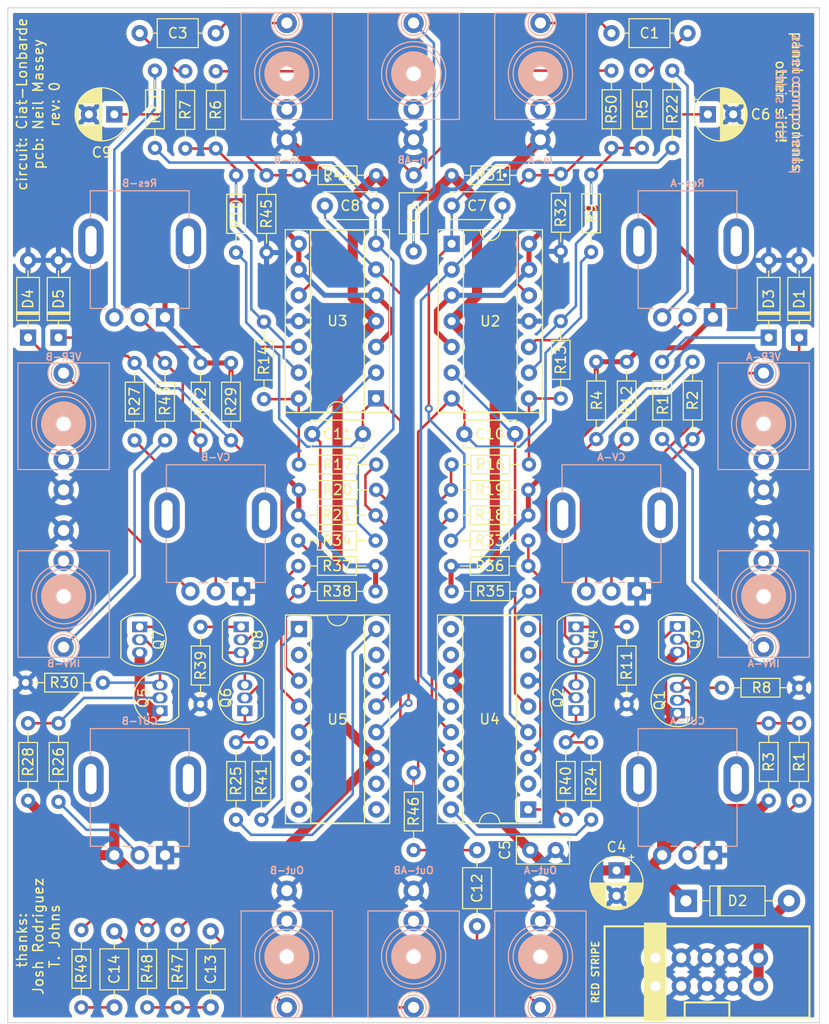
<source format=kicad_pcb>
(kicad_pcb (version 20211014) (generator pcbnew)
  (layers (0 "F.Cu" signal) (31 "B.Cu" signal) (34 "B.Paste" user) (35 "F.Paste" user) (36 "B.SilkS" user "B.Silkscreen") (37 "F.SilkS" user "F.Silkscreen") (38 "B.Mask" user) (39 "F.Mask" user) (44 "Edge.Cuts" user))
  (net 0 "")
  (net 1 "Net-(C1-Pad1)")
  (net 2 "Net-(C1-Pad2)")
  (net 3 "Net-(C2-Pad1)")
  (net 4 "Net-(C2-Pad2)")
  (net 5 "Net-(C3-Pad1)")
  (net 6 "Net-(C3-Pad2)")
  (net 7 "GND")
  (net 8 "Net-(C6-Pad1)")
  (net 9 "Net-(C7-Pad1)")
  (net 10 "Net-(C7-Pad2)")
  (net 11 "Net-(C8-Pad1)")
  (net 12 "Net-(C8-Pad2)")
  (net 13 "Net-(C9-Pad1)")
  (net 14 "Net-(C11-Pad1)")
  (net 15 "Net-(C11-Pad2)")
  (net 16 "Net-(C12-Pad1)")
  (net 17 "Net-(C12-Pad2)")
  (net 18 "Net-(C13-Pad1)")
  (net 19 "Net-(C13-Pad2)")
  (net 20 "Net-(C14-Pad1)")
  (net 21 "Net-(C14-Pad2)")
  (net 22 "Net-(D2-Pad2)")
  (net 26 "Net-(J5-Pad1)")
  (net 30 "Net-(Q1-Pad2)")
  (net 31 "Net-(Q1-Pad3)")
  (net 32 "VC1")
  (net 33 "Net-(Q2-Pad2)")
  (net 34 "Net-(Q2-Pad3)")
  (net 35 "Net-(Q4-Pad1)")
  (net 36 "Net-(Q4-Pad2)")
  (net 37 "Net-(Q5-Pad2)")
  (net 38 "Net-(Q5-Pad3)")
  (net 39 "VC2")
  (net 40 "Net-(Q6-Pad2)")
  (net 41 "Net-(Q6-Pad3)")
  (net 42 "Net-(Q8-Pad1)")
  (net 43 "Net-(Q8-Pad2)")
  (net 44 "Net-(R1-Pad1)")
  (net 45 "Net-(RV2-Pad2)")
  (net 46 "MIDO1")
  (net 47 "Net-(R10-Pad1)")
  (net 48 "Net-(R13-Pad1)")
  (net 49 "Net-(R14-Pad1)")
  (net 50 "Net-(R16-Pad1)")
  (net 51 "Net-(R17-Pad1)")
  (net 52 "Net-(R18-Pad2)")
  (net 53 "MIDO2")
  (net 54 "Net-(R20-Pad2)")
  (net 55 "Net-(R22-Pad1)")
  (net 56 "Net-(R23-Pad1)")
  (net 57 "Net-(R24-Pad1)")
  (net 58 "Net-(R25-Pad1)")
  (net 59 "Net-(R26-Pad1)")
  (net 60 "Net-(R27-Pad1)")
  (net 61 "Net-(R33-Pad1)")
  (net 62 "Net-(R34-Pad1)")
  (net 63 "Net-(R35-Pad2)")
  (net 64 "Net-(R37-Pad2)")
  (net 65 "Net-(R40-Pad1)")
  (net 66 "Net-(R41-Pad1)")
  (net 67 "Net-(RV3-Pad2)")
  (net 68 "Net-(RV4-Pad2)")
  (net 73 "Net-(R13-Pad2)")
  (net 74 "Net-(C10-Pad1)")
  (net 75 "Net-(C10-Pad2)")
  (net 76 "+12V")
  (net 81 "Net-(J10-PadT)")
  (net 82 "Net-(J11-PadT)")
  (net 83 "Net-(J1-PadT)")
  (net 84 "Net-(J6-PadT)")
  (net 85 "Net-(R15-Pad1)")
  (footprint "Resistor_THT:R_Axial_DIN0204_L3.6mm_D1.6mm_P7.62mm_Horizontal" (layer "F.Cu") (at 13.75 98.5 90)
    (fp_text reference "R48")
    (fp_text value "10k")
  )
  (footprint "Package_DIP:DIP-14_W7.62mm_Socket" (layer "F.Cu") (at 36.3 38.49 180)
    (fp_text reference "U3")
    (fp_text value "TL084")
  )
  (footprint "Resistor_THT:R_Axial_DIN0204_L3.6mm_D1.6mm_P7.62mm_Horizontal" (layer "F.Cu") (at 25 80 90)
    (fp_text reference "R41")
    (fp_text value "10k")
  )
  (footprint "Resistor_THT:R_Axial_DIN0204_L3.6mm_D1.6mm_P7.62mm_Horizontal" (layer "F.Cu") (at 25.5 16.5 -90)
    (fp_text reference "R45")
    (fp_text value "22k")
  )
  (footprint "Diode_THT:D_DO-35_SOD27_P7.62mm_Horizontal" (layer "F.Cu") (at 5 32.5 90)
    (fp_text reference "D5")
    (fp_text value "BAT42")
  )
  (footprint "Resistor_THT:R_Axial_DIN0204_L3.6mm_D1.6mm_P7.62mm_Horizontal" (layer "F.Cu") (at 57.5 80 90)
    (fp_text reference "R24")
    (fp_text value "10k")
  )
  (footprint "Package_TO_SOT_THT:TO-92_Inline" (layer "F.Cu") (at 56 69.25 90)
    (fp_text reference "Q2")
    (fp_text value "BC557")
  )
  (footprint "Resistor_THT:R_Axial_DIN0204_L3.6mm_D1.6mm_P7.62mm_Horizontal" (layer "F.Cu") (at 1.75 66.5)
    (fp_text reference "R30")
    (fp_text value "1Meg")
  )
  (footprint "Resistor_THT:R_Axial_DIN0204_L3.6mm_D1.6mm_P7.62mm_Horizontal" (layer "F.Cu") (at 78 67 180)
    (fp_text reference "R8")
    (fp_text value "1Meg")
  )
  (footprint "Resistor_THT:R_Axial_DIN0204_L3.6mm_D1.6mm_P7.62mm_Horizontal" (layer "F.Cu") (at 61 68.62 90)
    (fp_text reference "R11")
    (fp_text value "4.7k")
  )
  (footprint "Package_DIP:DIP-14_W7.62mm_Socket" (layer "F.Cu") (at 43.75 23.26)
    (fp_text reference "U2")
    (fp_text value "TL084")
  )
  (footprint "Resistor_THT:R_Axial_DIN0204_L3.6mm_D1.6mm_P7.62mm_Horizontal" (layer "F.Cu") (at 36.31 45 180)
    (fp_text reference "R17")
    (fp_text value "47k")
  )
  (footprint "Resistor_THT:R_Axial_DIN0204_L3.6mm_D1.6mm_P7.62mm_Horizontal" (layer "F.Cu") (at 25.25 38.56 90)
    (fp_text reference "R14")
    (fp_text value "47k")
  )
  (footprint "Capacitor_THT:C_Axial_L3.8mm_D2.6mm_P7.50mm_Horizontal" (layer "F.Cu") (at 59.5 2.5)
    (fp_text reference "C1")
    (fp_text value "100nF")
  )
  (footprint "Resistor_THT:R_Axial_DIN0204_L3.6mm_D1.6mm_P7.62mm_Horizontal" (layer "F.Cu") (at 65.5 6.19 -90)
    (fp_text reference "R22")
    (fp_text value "100k")
  )
  (footprint "Resistor_THT:R_Axial_DIN0204_L3.6mm_D1.6mm_P7.62mm_Horizontal" (layer "F.Cu") (at 64.5 34.88 -90)
    (fp_text reference "R15")
    (fp_text value "220k")
  )
  (footprint "Capacitor_THT:CP_Radial_D5.0mm_P2.50mm" (layer "F.Cu") (at 60 85 -90)
    (fp_text reference "C4")
    (fp_text value "10uF")
  )
  (footprint "Resistor_THT:R_Axial_DIN0204_L3.6mm_D1.6mm_P7.62mm_Horizontal" (layer "F.Cu") (at 55 80 90)
    (fp_text reference "R40")
    (fp_text value "10k")
  )
  (footprint "Resistor_THT:R_Axial_DIN0204_L3.6mm_D1.6mm_P7.62mm_Horizontal" (layer "F.Cu") (at 22.5 16.5 -90)
    (fp_text reference "R10")
    (fp_text value "47k")
  )
  (footprint "Resistor_THT:R_Axial_DIN0204_L3.6mm_D1.6mm_P7.62mm_Horizontal" (layer "F.Cu") (at 58 34.88 -90)
    (fp_text reference "R4")
    (fp_text value "4.7k")
  )
  (footprint "Resistor_THT:R_Axial_DIN0204_L3.6mm_D1.6mm_P7.62mm_Horizontal" (layer "F.Cu") (at 19 35 -90)
    (fp_text reference "R42")
    (fp_text value "4.7k")
  )
  (footprint "Package_DIP:DIP-16_W7.62mm_Socket" (layer "F.Cu") (at 28.7 61.22)
    (fp_text reference "U5")
    (fp_text value "LM13700")
  )
  (footprint "Resistor_THT:R_Axial_DIN0204_L3.6mm_D1.6mm_P7.62mm_Horizontal" (layer "F.Cu") (at 5 78.12 90)
    (fp_text reference "R26")
    (fp_text value "220k")
  )
  (footprint "Capacitor_THT:C_Disc_D5.0mm_W2.5mm_P5.00mm" (layer "F.Cu") (at 50 42 180)
    (fp_text reference "C10")
    (fp_text value "1nF")
  )
  (footprint "Capacitor_THT:C_Axial_L3.8mm_D2.6mm_P7.50mm_Horizontal" (layer "F.Cu") (at 40 24 90)
    (fp_text reference "C2")
    (fp_text value "100nF")
  )
  (footprint "Package_TO_SOT_THT:TO-92_Inline" (layer "F.Cu") (at 23.36 69.27 90)
    (fp_text reference "Q6")
    (fp_text value "BC557")
  )
  (footprint "Resistor_THT:R_Axial_DIN0204_L3.6mm_D1.6mm_P7.62mm_Horizontal" (layer "F.Cu") (at 78 78.12 90)
    (fp_text reference "R1")
    (fp_text value "220k")
  )
  (footprint "Package_TO_SOT_THT:TO-92_Inline" (layer "F.Cu") (at 66 60.96 -90)
    (fp_text reference "Q3")
    (fp_text value "BC557")
  )
  (footprint "Diode_THT:D_DO-41_SOD81_P10.16mm_Horizontal" (layer "F.Cu") (at 66.84 88)
    (fp_text reference "D2")
    (fp_text value "1N4001")
  )
  (footprint "Resistor_THT:R_Axial_DIN0204_L3.6mm_D1.6mm_P7.62mm_Horizontal" (layer "F.Cu") (at 62.5 6.19 -90)
    (fp_text reference "R5")
    (fp_text value "47k")
  )
  (footprint "Resistor_THT:R_Axial_DIN0204_L3.6mm_D1.6mm_P7.62mm_Horizontal" (layer "F.Cu") (at 17.5 6.25 -90)
    (fp_text reference "R7")
    (fp_text value "47k")
  )
  (footprint "Resistor_THT:R_Axial_DIN0204_L3.6mm_D1.6mm_P7.62mm_Horizontal" (layer "F.Cu") (at 51.31 50 180)
    (fp_text reference "R18")
    (fp_text value "470")
  )
  (footprint "Capacitor_THT:C_Axial_L3.8mm_D2.6mm_P7.50mm_Horizontal" (layer "F.Cu") (at 20 98.5 90)
    (fp_text reference "C13")
    (fp_text value "100nF")
  )
  (footprint "Resistor_THT:R_Axial_DIN0204_L3.6mm_D1.6mm_P7.62mm_Horizontal" (layer "F.Cu") (at 51.31 52.5 180)
    (fp_text reference "R33")
    (fp_text value "47k")
  )
  (footprint "Resistor_THT:R_Axial_DIN0204_L3.6mm_D1.6mm_P7.62mm_Horizontal" (layer "F.Cu") (at 7.25 98.5 90)
    (fp_text reference "R49")
    (fp_text value "10k")
  )
  (footprint "Resistor_THT:R_Axial_DIN0204_L3.6mm_D1.6mm_P7.62mm_Horizontal" (layer "F.Cu") (at 43.75 16.5)
    (fp_text reference "R31")
    (fp_text value "22k")
  )
  (footprint "Capacitor_THT:C_Disc_D5.0mm_W2.5mm_P5.00mm" (layer "F.Cu") (at 31.25 19.5)
    (fp_text reference "C8")
    (fp_text value "1nF")
  )
  (footprint "Resistor_THT:R_Axial_DIN0204_L3.6mm_D1.6mm_P7.62mm_Horizontal" (layer "F.Cu") (at 43.75 45)
    (fp_text reference "R16")
    (fp_text value "47k")
  )
  (footprint "Resistor_THT:R_Axial_DIN0204_L3.6mm_D1.6mm_P7.62mm_Horizontal" (layer "F.Cu") (at 14.5 6.19 -90)
    (fp_text reference "R23")
    (fp_text value "100k")
  )
  (footprint "Resistor_THT:R_Axial_DIN0204_L3.6mm_D1.6mm_P7.62mm_Horizontal" (layer "F.Cu") (at 36.25 50 180)
    (fp_text reference "R21")
    (fp_text value "470")
  )
  (footprint "Package_TO_SOT_THT:TO-92_Inline" (layer "F.Cu") (at 15 69.27 90)
    (fp_text reference "Q5")
    (fp_text value "BC547")
  )
  (footprint "Resistor_THT:R_Axial_DIN0204_L3.6mm_D1.6mm_P7.62mm_Horizontal" (layer "F.Cu") (at 54.5 38.5 90)
    (fp_text reference "R13")
    (fp_text value "47k")
  )
  (footprint "Package_TO_SOT_THT:TO-92_Inline" (layer "F.Cu") (at 56 61 -90)
    (fp_text reference "Q4")
    (fp_text value "BC557")
  )
  (footprint "Package_TO_SOT_THT:TO-92_Inline" (layer "F.Cu") (at 23 61 -90)
    (fp_text reference "Q8")
    (fp_text value "BC557")
  )
  (footprint "Diode_THT:D_DO-35_SOD27_P7.62mm_Horizontal" (layer "F.Cu") (at 2 32.5 90)
    (fp_text reference "D4")
    (fp_text value "BAT42")
  )
  (footprint "Capacitor_THT:C_Disc_D5.0mm_W2.5mm_P2.50mm" (layer "F.Cu") (at 54 83 180)
    (fp_text reference "C5")
    (fp_text value "100nF")
  )
  (footprint "Resistor_THT:R_Axial_DIN0204_L3.6mm_D1.6mm_P7.62mm_Horizontal" (layer "F.Cu") (at 2 70.5 -90)
    (fp_text reference "R28")
    (fp_text value "4.7k")
  )
  (footprint "Resistor_THT:R_Axial_DIN0204_L3.6mm_D1.6mm_P7.62mm_Horizontal" (layer "F.Cu") (at 67.5 42.5 90)
    (fp_text reference "R2")
    (fp_text value "220k")
  )
  (footprint "Resistor_THT:R_Axial_DIN0204_L3.6mm_D1.6mm_P7.62mm_Horizontal" (layer "F.Cu") (at 57.5 16.44 -90)
    (fp_text reference "R9")
    (fp_text value "47k")
  )
  (footprint "Resistor_THT:R_Axial_DIN0204_L3.6mm_D1.6mm_P7.62mm_Horizontal" (layer "F.Cu") (at 51.31 55 180)
    (fp_text reference "R36")
    (fp_text value "470")
  )
  (footprint "Resistor_THT:R_Axial_DIN0204_L3.6mm_D1.6mm_P7.62mm_Horizontal" (layer "F.Cu") (at 43.75 57.5)
    (fp_text reference "R35")
    (fp_text value "470")
  )
  (footprint "Resistor_THT:R_Axial_DIN0204_L3.6mm_D1.6mm_P7.62mm_Horizontal" (layer "F.Cu") (at 28.63 57.5)
    (fp_text reference "R38")
    (fp_text value "470")
  )
  (footprint "Package_TO_SOT_THT:TO-92_Inline" (layer "F.Cu") (at 66 69.5 90)
    (fp_text reference "Q1")
    (fp_text value "BC547")
  )
  (footprint "Resistor_THT:R_Axial_DIN0204_L3.6mm_D1.6mm_P7.62mm_Horizontal" (layer "F.Cu") (at 22 35 -90)
    (fp_text reference "R29")
    (fp_text value "4.7k")
  )
  (footprint "Resistor_THT:R_Axial_DIN0204_L3.6mm_D1.6mm_P7.62mm_Horizontal" (layer "F.Cu") (at 54.5 16.38 -90)
    (fp_text reference "R32")
    (fp_text value "22k")
  )
  (footprint "Resistor_THT:R_Axial_DIN0204_L3.6mm_D1.6mm_P7.62mm_Horizontal" (layer "F.Cu") (at 59.5 6.19 -90)
    (fp_text reference "R50")
    (fp_text value "47k")
  )
  (footprint "Capacitor_THT:CP_Radial_D5.0mm_P2.50mm" (layer "F.Cu") (at 69 10.5)
    (fp_text reference "C6")
    (fp_text value "10uF")
  )
  (footprint "Capacitor_THT:C_Axial_L3.8mm_D2.6mm_P7.50mm_Horizontal" (layer "F.Cu") (at 10.5 98.5 90)
    (fp_text reference "C14")
    (fp_text value "100nF")
  )
  (footprint "Capacitor_THT:C_Disc_D5.0mm_W2.5mm_P5.00mm" (layer "F.Cu") (at 30 42)
    (fp_text reference "C11")
    (fp_text value "1nF")
  )
  (footprint "Capacitor_THT:CP_Radial_D5.0mm_P2.50mm" (layer "F.Cu") (at 10.5 10.5 180)
    (fp_text reference "C9")
    (fp_text value "10uF")
  )
  (footprint "Resistor_THT:R_Axial_DIN0204_L3.6mm_D1.6mm_P7.62mm_Horizontal" (layer "F.Cu") (at 61 34.88 -90)
    (fp_text reference "R12")
    (fp_text value "4.7k")
  )
  (footprint "Package_TO_SOT_THT:TO-92_Inline" (layer "F.Cu") (at 13 61 -90)
    (fp_text reference "Q7")
    (fp_text value "BC557")
  )
  (footprint "Diode_THT:D_DO-35_SOD27_P7.62mm_Horizontal" (layer "F.Cu") (at 75 32.5 90)
    (fp_text reference "D3")
    (fp_text value "BAT42")
  )
  (footprint "Diode_THT:D_DO-35_SOD27_P7.62mm_Horizontal" (layer "F.Cu") (at 78 32.5 90)
    (fp_text reference "D1")
    (fp_text value "BAT42")
  )
  (footprint "Resistor_THT:R_Axial_DIN0204_L3.6mm_D1.6mm_P7.62mm_Horizontal" (layer "F.Cu") (at 19 68.62 90)
    (fp_text reference "R39")
    (fp_text value "4.7k")
  )
  (footprint "Resistor_THT:R_Axial_DIN0204_L3.6mm_D1.6mm_P7.62mm_Horizontal" (layer "F.Cu") (at 75 70.5 -90)
    (fp_text reference "R3")
    (fp_text value "4.7k")
  )
  (footprint "Resistor_THT:R_Axial_DIN0204_L3.6mm_D1.6mm_P7.62mm_Horizontal" (layer "F.Cu") (at 36.31 16.5 180)
    (fp_text reference "R44")
    (fp_text value "22k")
  )
  (footprint "Resistor_THT:R_Axial_DIN0204_L3.6mm_D1.6mm_P7.62mm_Horizontal" (layer "F.Cu") (at 40 83 90)
    (fp_text reference "R46")
    (fp_text value "10k")
  )
  (footprint "Resistor_THT:R_Axial_DIN0204_L3.6mm_D1.6mm_P7.62mm_Horizontal" (layer "F.Cu") (at 22.5 80 90)
    (fp_text reference "R25")
    (fp_text value "10k")
  )
  (footprint "Capacitor_THT:C_Axial_L3.8mm_D2.6mm_P7.50mm_Horizontal" (layer "F.Cu") (at 20.5 2.5 180)
    (fp_text reference "C3")
    (fp_text value "100nF")
  )
  (footprint "Resistor_THT:R_Axial_DIN0204_L3.6mm_D1.6mm_P7.62mm_Horizontal" (layer "F.Cu") (at 43.69 47.5)
    (fp_text reference "R19")
    (fp_text value "470")
  )
  (footprint "Package_DIP:DIP-16_W7.62mm_Socket" (layer "F.Cu") (at 51.3 79 180)
    (fp_text reference "U4")
    (fp_text value "LM13700")
  )
  (footprint "Resistor_THT:R_Axial_DIN0204_L3.6mm_D1.6mm_P7.62mm_Horizontal" (layer "F.Cu") (at 28.69 47.5)
    (fp_text reference "R20")
    (fp_text value "470")
  )
  (footprint "winterbloom:Eurorack_Power_2x5_Shrouded" (layer "F.Cu") (at 63.84 96.407)
    (fp_text reference "J5" hide)
    (fp_text value "Eurorack_Power" hide)
  )
  (footprint "Resistor_THT:R_Axial_DIN0204_L3.6mm_D1.6mm_P7.62mm_Horizontal" (layer "F.Cu") (at 15.5 35 -90)
    (fp_text reference "R43")
    (fp_text value "220k")
  )
  (footprint "Resistor_THT:R_Axial_DIN0204_L3.6mm_D1.6mm_P7.62mm_Horizontal" (layer "F.Cu") (at 20.5 6.25 -90)
    (fp_text reference "R6")
    (fp_text value "47k")
  )
  (footprint "Resistor_THT:R_Axial_DIN0204_L3.6mm_D1.6mm_P7.62mm_Horizontal" (layer "F.Cu") (at 28.63 52.5)
    (fp_text reference "R34")
    (fp_text value "47k")
  )
  (footprint "Resistor_THT:R_Axial_DIN0204_L3.6mm_D1.6mm_P7.62mm_Horizontal" (layer "F.Cu") (at 12.5 42.62 90)
    (fp_text reference "R27")
    (fp_text value "220k")
  )
  (footprint "Capacitor_THT:C_Axial_L3.8mm_D2.6mm_P7.50mm_Horizontal" (layer "F.Cu") (at 46.25 83 -90)
    (fp_text reference "C12")
    (fp_text value "100nF")
  )
  (footprint "Resistor_THT:R_Axial_DIN0204_L3.6mm_D1.6mm_P7.62mm_Horizontal" (layer "F.Cu") (at 36.25 55 180)
    (fp_text reference "R37")
    (fp_text value "470")
  )
  (footprint "Capacitor_THT:C_Disc_D5.0mm_W2.5mm_P5.00mm" (layer "F.Cu") (at 48.75 19.5 180)
    (fp_text reference "C7")
    (fp_text value "1nF")
  )
  (footprint "Resistor_THT:R_Axial_DIN0204_L3.6mm_D1.6mm_P7.62mm_Horizontal" (layer "F.Cu") (at 16.75 98.5 90)
    (fp_text reference "R47")
    (fp_text value "10k")
  )
  (footprint "winterbloom:Potentiometer_Alpha_R0904N" (layer "B.Cu") (at 59.5 50 180)
    (fp_text reference "RV2")
    (fp_text value "CV-A")
  )
  (footprint "winterbloom:Potentiometer_Alpha_R0904N" (layer "B.Cu") (at 67 23 180)
    (fp_text reference "RV3")
    (fp_text value "Res-A")
  )
  (footprint "winterbloom:AudioJack_WQP518MA" (layer "B.Cu") (at 27.5 93.5)
    (fp_text reference "J9" hide)
    (fp_text value "Out-B")
  )
  (footprint "winterbloom:AudioJack_WQP518MA" (layer "B.Cu") (at 52.5 6.5 180)
    (fp_text reference "J2" hide)
    (fp_text value "In-A")
  )
  (footprint "winterbloom:AudioJack_WQP518MA" (layer "B.Cu") (at 74.5 58)
    (fp_text reference "J10" hide)
    (fp_text value "INV-A")
  )
  (footprint "winterbloom:Potentiometer_Alpha_R0904N" (layer "B.Cu") (at 20.5 50 180)
    (fp_text reference "RV6")
    (fp_text value "CV-B")
  )
  (footprint "winterbloom:Potentiometer_Alpha_R0904N" (layer "B.Cu") (at 13 23 180)
    (fp_text reference "RV4")
    (fp_text value "Res-B")
  )
  (footprint "winterbloom:AudioJack_WQP518MA" (layer "B.Cu") (at 52.5 93.5)
    (fp_text reference "J7" hide)
    (fp_text value "Out-A")
  )
  (footprint "winterbloom:AudioJack_WQP518MA" (layer "B.Cu") (at 5.5 41 180)
    (fp_text reference "J6" hide)
    (fp_text value "VER-B")
  )
  (footprint "winterbloom:Potentiometer_Alpha_R0904N" (layer "B.Cu") (at 67 76 180)
    (fp_text reference "RV1")
    (fp_text value "CUT-A")
  )
  (footprint "winterbloom:AudioJack_WQP518MA" (layer "B.Cu") (at 40 93.5)
    (fp_text reference "J8" hide)
    (fp_text value "Out-AB")
  )
  (footprint "winterbloom:AudioJack_WQP518MA" (layer "B.Cu") (at 40 6.5 180)
    (fp_text reference "J3" hide)
    (fp_text value "In-AB")
  )
  (footprint "winterbloom:AudioJack_WQP518MA" (layer "B.Cu") (at 27.5 6.5 180)
    (fp_text reference "J4" hide)
    (fp_text value "In-B")
  )
  (footprint "winterbloom:Potentiometer_Alpha_R0904N" (layer "B.Cu") (at 13 76 180)
    (fp_text reference "RV5")
    (fp_text value "CUT-B")
  )
  (footprint "winterbloom:AudioJack_WQP518MA" (layer "B.Cu") (at 74.5 41 180)
    (fp_text reference "J1" hide)
    (fp_text value "VER-A")
  )
  (footprint "winterbloom:AudioJack_WQP518MA" (layer "B.Cu") (at 5.5 58)
    (fp_text reference "J11" hide)
    (fp_text value "INV-B")
  )
  (gr_line locked (start 80 100) (end 0 100) (layer "Edge.Cuts") (width 0.1))
  (gr_line locked (start 80 0) (end 80 100) (layer "Edge.Cuts") (width 0.1))
  (gr_line locked (start 0 0) (end 80 0) (layer "Edge.Cuts") (width 0.1))
  (gr_line locked (start 0 100) (end 0 0) (layer "Edge.Cuts") (width 0.1))
  (gr_text "panel components\nthis side!" (at 77 9.5 -90) (layer "B.SilkS") (effects (font (size 1 1)) (justify mirror)))
  (gr_text "thanks: \nJosh Rodriguez\nT. Johns" (at 3 91.5 90) (layer "F.SilkS") (effects (font (size 1 1))))
  (gr_text "circuit: Ciat-Lonbarde\npcb: Neil Massey\nrev: 0" (at 3 9.5 90) (layer "F.SilkS") (effects (font (size 1 1))))
  (gr_text "panel components\nother side!" (at 77 9.25 270) (layer "F.SilkS") (effects (font (size 1 1))))
  (segment (start 52.5 1.5) (end 58.5 1.5) (width 0.25) (layer "F.Cu") (net 1))
  (segment (start 58.5 1.5) (end 59.5 2.5) (width 0.25) (layer "F.Cu") (net 1))
  (segment (start 67 2.5) (end 63.31 6.19) (width 0.25) (layer "F.Cu") (net 2))
  (segment (start 63.31 6.19) (end 62.5 6.19) (width 0.25) (layer "F.Cu") (net 2))
  (segment (start 42 18) (end 42 3.5) (width 0.25) (layer "B.Cu") (net 3))
  (segment (start 40 24) (end 40 20) (width 0.25) (layer "B.Cu") (net 3))
  (segment (start 42 3.5) (end 40 1.5) (width 0.25) (layer "B.Cu") (net 3))
  (segment (start 40 20) (end 42 18) (width 0.25) (layer "B.Cu") (net 3))
  (segment (start 59.5 6.19) (end 50.31 6.19) (width 0.25) (layer "F.Cu") (net 4))
  (segment (start 50.31 6.19) (end 40 16.5) (width 0.25) (layer "F.Cu") (net 4))
  (segment (start 29.75 6.25) (end 20.5 6.25) (width 0.25) (layer "F.Cu") (net 4))
  (segment (start 40 16.5) (end 29.75 6.25) (width 0.25) (layer "F.Cu") (net 4))
  (segment (start 21.5 1.5) (end 20.5 2.5) (width 0.25) (layer "F.Cu") (net 5))
  (segment (start 27.5 1.5) (end 21.5 1.5) (width 0.25) (layer "F.Cu") (net 5))
  (segment (start 13 2.5) (end 16.75 6.25) (width 0.25) (layer "F.Cu") (net 6))
  (segment (start 16.75 6.25) (end 17.5 6.25) (width 0.25) (layer "F.Cu") (net 6))
  (segment (start 27.5 13) (end 31.5 17) (width 1) (layer "F.Cu") (net 7))
  (segment (start 52.5 13) (end 49 16.5) (width 1) (layer "F.Cu") (net 7))
  (via (at 49 16.5) (size 0.8) (drill 0.4) (layers "F.Cu" "B.Cu") (net 7))
  (via (at 31.5 17) (size 0.8) (drill 0.4) (layers "F.Cu" "B.Cu") (net 7))
  (segment (start 50.245489 17.624511) (end 51.37 16.5) (width 0.25) (layer "F.Cu") (net 8))
  (segment (start 54.87 16.38) (end 60.75 10.5) (width 0.25) (layer "F.Cu") (net 8))
  (segment (start 51.37 28.34) (end 50.245489 27.215489) (width 0.25) (layer "F.Cu") (net 8))
  (segment (start 54.5 16.38) (end 54.87 16.38) (width 0.25) (layer "F.Cu") (net 8))
  (segment (start 54.38 16.5) (end 54.5 16.38) (width 0.25) (layer "F.Cu") (net 8))
  (segment (start 60.75 10.5) (end 69 10.5) (width 0.25) (layer "F.Cu") (net 8))
  (segment (start 51.37 16.5) (end 54.38 16.5) (width 0.25) (layer "F.Cu") (net 8))
  (segment (start 50.245489 27.215489) (end 50.245489 17.624511) (width 0.25) (layer "F.Cu") (net 8))
  (segment (start 40.724501 28.825499) (end 43.75 25.8) (width 0.25) (layer "B.Cu") (net 9))
  (segment (start 43.68 68.84) (end 40.724501 65.884501) (width 0.25) (layer "B.Cu") (net 9))
  (segment (start 48.75 20.8) (end 48.75 19.5) (width 0.25) (layer "B.Cu") (net 9))
  (segment (start 43.75 25.8) (end 48.75 20.8) (width 0.25) (layer "B.Cu") (net 9))
  (segment (start 40.724501 65.884501) (end 40.724501 28.825499) (width 0.25) (layer "B.Cu") (net 9))
  (segment (start 41.5 25.51) (end 41.5 39.5) (width 0.25) (layer "F.Cu") (net 10))
  (segment (start 43.75 23.26) (end 41.5 25.51) (width 0.25) (layer "F.Cu") (net 10))
  (via (at 41.5 39.5) (size 0.8) (drill 0.4) (layers "F.Cu" "B.Cu") (net 10))
  (segment (start 43.69 52.5) (end 45 51.19) (width 0.25) (layer "B.Cu") (net 10))
  (segment (start 45 51.19) (end 45 44) (width 0.25) (layer "B.Cu") (net 10))
  (segment (start 43.75 23.26) (end 43.75 19.5) (width 0.25) (layer "B.Cu") (net 10))
  (segment (start 64.06 15.25) (end 48 15.25) (width 0.25) (layer "B.Cu") (net 10))
  (segment (start 41.5 40.5) (end 41.5 39.5) (width 0.25) (layer "B.Cu") (net 10))
  (segment (start 65.5 13.81) (end 64.06 15.25) (width 0.25) (layer "B.Cu") (net 10))
  (segment (start 45 44) (end 41.5 40.5) (width 0.25) (layer "B.Cu") (net 10))
  (segment (start 48 15.25) (end 43.75 19.5) (width 0.25) (layer "B.Cu") (net 10))
  (segment (start 36.3 25.79) (end 39.5 28.99) (width 0.25) (layer "F.Cu") (net 11))
  (segment (start 39.5 28.99) (end 39.5 68.5) (width 0.25) (layer "F.Cu") (net 11))
  (via (at 39.5 68.5) (size 0.8) (drill 0.4) (layers "F.Cu" "B.Cu") (net 11))
  (segment (start 31.25 20.74) (end 36.3 25.79) (width 0.25) (layer "B.Cu") (net 11))
  (segment (start 31.25 19.5) (end 31.25 20.74) (width 0.25) (layer "B.Cu") (net 11))
  (segment (start 36.32 71.38) (end 39.2 68.5) (width 0.25) (layer "B.Cu") (net 11))
  (segment (start 39.2 68.5) (end 39.5 68.5) (width 0.25) (layer "B.Cu") (net 11))
  (segment (start 34.5 45) (end 38 41.5) (width 0.25) (layer "B.Cu") (net 12))
  (segment (start 14.5 13.81) (end 15.94 15.25) (width 0.25) (layer "B.Cu") (net 12))
  (segment (start 36.25 52.5) (end 34.5 50.75) (width 0.25) (layer "B.Cu") (net 12))
  (segment (start 36.25 23.2) (end 36.3 23.25) (width 0.25) (layer "B.Cu") (net 12))
  (segment (start 36.25 19.5) (end 36.25 23.2) (width 0.25) (layer "B.Cu") (net 12))
  (segment (start 38 41.5) (end 38 24.95) (width 0.25) (layer "B.Cu") (net 12))
  (segment (start 32 15.25) (end 36.25 19.5) (width 0.25) (layer "B.Cu") (net 12))
  (segment (start 15.94 15.25) (end 32 15.25) (width 0.25) (layer "B.Cu") (net 12))
  (segment (start 34.5 50.75) (end 34.5 45) (width 0.25) (layer "B.Cu") (net 12))
  (segment (start 38 24.95) (end 36.3 23.25) (width 0.25) (layer "B.Cu") (net 12))
  (segment (start 28.68 28.33) (end 29.804511 27.205489) (width 0.25) (layer "F.Cu") (net 13))
  (segment (start 19.5 10.5) (end 25.5 16.5) (width 0.25) (layer "F.Cu") (net 13))
  (segment (start 29.804511 27.205489) (end 29.804511 17.614511) (width 0.25) (layer "F.Cu") (net 13))
  (segment (start 10.5 10.5) (end 19.5 10.5) (width 0.25) (layer "F.Cu") (net 13))
  (segment (start 29.804511 17.614511) (end 28.69 16.5) (width 0.25) (layer "F.Cu") (net 13))
  (segment (start 25.5 16.5) (end 28.69 16.5) (width 0.25) (layer "F.Cu") (net 13))
  (segment (start 30.799999 69.280001) (end 30.799999 42.799999) (width 0.25) (layer "F.Cu") (net 14))
  (segment (start 28.7 71.38) (end 30.799999 69.280001) (width 0.25) (layer "F.Cu") (net 14))
  (segment (start 30.799999 42.799999) (end 30 42) (width 0.25) (layer "F.Cu") (net 14))
  (segment (start 30 42) (end 36.05 35.95) (width 0.25) (layer "B.Cu") (net 14))
  (segment (start 36.05 35.95) (end 36.3 35.95) (width 0.25) (layer "B.Cu") (net 14))
  (segment (start 38.699901 80.800099) (end 37.25 82.25) (width 0.25) (layer "F.Cu") (net 15))
  (segment (start 7.25 90.88) (end 8.63 89.5) (width 0.25) (layer "F.Cu") (net 15))
  (segment (start 35 39.79) (end 36.3 38.49) (width 0.25) (layer "F.Cu") (net 15))
  (segment (start 36.3 38.49) (end 36.49 38.49) (width 0.25) (layer "F.Cu") (net 15))
  (segment (start 18.13 86.5) (end 13.75 90.88) (width 0.25) (layer "F.Cu") (net 15))
  (segment (start 29.182148 82.25) (end 24.932148 86.5) (width 0.25) (layer "F.Cu") (net 15))
  (segment (start 12.37 89.5) (end 13.75 90.88) (width 0.25) (layer "F.Cu") (net 15))
  (segment (start 24.932148 86.5) (end 18.13 86.5) (width 0.25) (layer "F.Cu") (net 15))
  (segment (start 36.49 38.49) (end 38.699901 40.699901) (width 0.25) (layer "F.Cu") (net 15))
  (segment (start 37.25 82.25) (end 29.182148 82.25) (width 0.25) (layer "F.Cu") (net 15))
  (segment (start 8.63 89.5) (end 12.37 89.5) (width 0.25) (layer "F.Cu") (net 15))
  (segment (start 35 42) (end 35 39.79) (width 0.25) (layer "F.Cu") (net 15))
  (segment (start 38.699901 40.699901) (end 38.699901 80.800099) (width 0.25) (layer "F.Cu") (net 15))
  (segment (start 26.75 34.25) (end 26.75 40.5) (width 0.25) (layer "B.Cu") (net 15))
  (segment (start 26.75 40.5) (end 29.5 43.25) (width 0.25) (layer "B.Cu") (net 15))
  (segment (start 29.5 43.25) (end 33.75 43.25) (width 0.25) (layer "B.Cu") (net 15))
  (segment (start 23.5 25.12) (end 23.5 31) (width 0.25) (layer "B.Cu") (net 15))
  (segment (start 22.5 24.12) (end 23.5 25.12) (width 0.25) (layer "B.Cu") (net 15))
  (segment (start 33.75 43.25) (end 35 42) (width 0.25) (layer "B.Cu") (net 15))
  (segment (start 23.5 31) (end 26.75 34.25) (width 0.25) (layer "B.Cu") (net 15))
  (segment (start 46.25 83) (end 40 83) (width 0.25) (layer "F.Cu") (net 16))
  (segment (start 46.25 92.25) (end 52.5 98.5) (width 0.25) (layer "F.Cu") (net 17))
  (segment (start 46.25 90.5) (end 46.25 92.25) (width 0.25) (layer "F.Cu") (net 17))
  (segment (start 16.75 98.5) (end 20 98.5) (width 0.25) (layer "F.Cu") (net 18))
  (segment (start 13.75 98.5) (end 16.75 98.5) (width 0.25) (layer "F.Cu") (net 18))
  (segment (start 36 98.5) (end 40 98.5) (width 0.25) (layer "F.Cu") (net 19))
  (segment (start 33.5 96) (end 36 98.5) (width 0.25) (layer "F.Cu") (net 19))
  (segment (start 20 91) (end 25 96) (width 0.25) (layer "F.Cu") (net 19))
  (segment (start 25 96) (end 33.5 96) (width 0.25) (layer "F.Cu") (net 19))
  (segment (start 7.25 98.5) (end 10.5 98.5) (width 0.25) (layer "F.Cu") (net 20))
  (segment (start 10.5 91) (end 15.949511 96.449511) (width 0.25) (layer "F.Cu") (net 21))
  (segment (start 25.449511 96.449511) (end 27.5 98.5) (width 0.25) (layer "F.Cu") (net 21))
  (segment (start 15.949511 96.449511) (end 25.449511 96.449511) (width 0.25) (layer "F.Cu") (net 21))
  (segment (start 74 91) (end 77 88) (width 1) (layer "F.Cu") (net 22))
  (segment (start 74 93.613) (end 74 91) (width 1) (layer "F.Cu") (net 22))
  (segment (start 74 96.407) (end 74 93.613) (width 1) (layer "F.Cu") (net 22))
  (segment (start 63.84 93.613) (end 63.84 96.407) (width 1) (layer "F.Cu") (net 26))
  (segment (start 66 68.23) (end 67 68.23) (width 0.25) (layer "F.Cu") (net 30))
  (segment (start 69.27 70.5) (end 75 70.5) (width 0.25) (layer "F.Cu") (net 30))
  (segment (start 67 68.23) (end 69.27 70.5) (width 0.25) (layer "F.Cu") (net 30))
  (segment (start 78 70.5) (end 75 70.5) (width 0.25) (layer "F.Cu") (net 30))
  (segment (start 67.07452 65.88548) (end 67.07452 62.75452) (width 0.25) (layer "F.Cu") (net 31))
  (segment (start 67.07452 62.75452) (end 66.55 62.23) (width 0.25) (layer "F.Cu") (net 31))
  (segment (start 66.55 62.23) (end 66 62.23) (width 0.25) (layer "F.Cu") (net 31))
  (segment (start 66.04 67) (end 66 66.96) (width 0.25) (layer "F.Cu") (net 31))
  (segment (start 66 66.96) (end 67.07452 65.88548) (width 0.25) (layer "F.Cu") (net 31))
  (segment (start 70.38 67) (end 66.04 67) (width 0.25) (layer "F.Cu") (net 31))
  (segment (start 56 69.25) (end 56 71.38) (width 0.25) (layer "F.Cu") (net 32))
  (segment (start 55 72.38) (end 57.5 72.38) (width 0.25) (layer "F.Cu") (net 32))
  (segment (start 56 71.38) (end 55 72.38) (width 0.25) (layer "F.Cu") (net 32))
  (segment (start 53.05049 65.25549) (end 55.775 67.98) (width 0.25) (layer "F.Cu") (net 33))
  (segment (start 53.05049 47.44951) (end 53.05049 65.25549) (width 0.25) (layer "F.Cu") (net 33))
  (segment (start 55.775 67.98) (end 56 67.98) (width 0.25) (layer "F.Cu") (net 33))
  (segment (start 58 42.5) (end 53.05049 47.44951) (width 0.25) (layer "F.Cu") (net 33))
  (segment (start 58 42.5) (end 63 37.5) (width 0.25) (layer "B.Cu") (net 33))
  (segment (start 65 37.5) (end 67.5 35) (width 0.25) (layer "B.Cu") (net 33))
  (segment (start 63 37.5) (end 65 37.5) (width 0.25) (layer "B.Cu") (net 33))
  (segment (start 67.5 35) (end 67.5 34.88) (width 0.25) (layer "B.Cu") (net 33))
  (segment (start 65.843598 60.96) (end 66 60.96) (width 0.25) (layer "F.Cu") (net 34))
  (segment (start 63.263598 63.54) (end 65.843598 60.96) (width 0.25) (layer "F.Cu") (net 34))
  (segment (start 56 66.71) (end 56 63.54) (width 0.25) (layer "F.Cu") (net 34))
  (segment (start 56 63.54) (end 63.263598 63.54) (width 0.25) (layer "F.Cu") (net 34))
  (segment (start 61 61) (end 56 61) (width 0.25) (layer "F.Cu") (net 35))
  (segment (start 56.5 54) (end 56.5 47) (width 0.25) (layer "F.Cu") (net 36))
  (segment (start 55.345978 62.27) (end 54.925489 61.849511) (width 0.25) (layer "F.Cu") (net 36))
  (segment (start 56 62.27) (end 55.345978 62.27) (width 0.25) (layer "F.Cu") (net 36))
  (segment (start 54.925489 61.849511) (end 54.925489 55.574511) (width 0.25) (layer "F.Cu") (net 36))
  (segment (start 56.5 47) (end 61 42.5) (width 0.25) (layer "F.Cu") (net 36))
  (segment (start 54.925489 55.574511) (end 56.5 54) (width 0.25) (layer "F.Cu") (net 36))
  (segment (start 2 70.5) (end 5 70.5) (width 0.25) (layer "F.Cu") (net 37))
  (segment (start 5 70.5) (end 7.5 68) (width 0.25) (layer "B.Cu") (net 37))
  (segment (start 7.5 68) (end 15 68) (width 0.25) (layer "B.Cu") (net 37))
  (segment (start 15 63.72) (end 15 66.73) (width 0.25) (layer "F.Cu") (net 38))
  (segment (start 13.55 62.27) (end 15 63.72) (width 0.25) (layer "F.Cu") (net 38))
  (segment (start 13 62.27) (end 13.55 62.27) (width 0.25) (layer "F.Cu") (net 38))
  (segment (start 9.37 66.5) (end 14.77 66.5) (width 0.25) (layer "B.Cu") (net 38))
  (segment (start 14.77 66.5) (end 15 66.73) (width 0.25) (layer "B.Cu") (net 38))
  (segment (start 22.5 72.38) (end 23.36 71.52) (width 0.25) (layer "F.Cu") (net 39))
  (segment (start 23.36 71.52) (end 23.36 69.27) (width 0.25) (layer "F.Cu") (net 39))
  (segment (start 22.5 72.38) (end 25 72.38) (width 0.25) (layer "F.Cu") (net 39))
  (segment (start 26 56.513354) (end 27 55.513354) (width 0.25) (layer "F.Cu") (net 40))
  (segment (start 3.8 34.3) (end 2 32.5) (width 0.25) (layer "F.Cu") (net 40))
  (segment (start 23.516402 68) (end 26 65.516402) (width 0.25) (layer "F.Cu") (net 40))
  (segment (start 26 65.516402) (end 26 56.513354) (width 0.25) (layer "F.Cu") (net 40))
  (segment (start 27 47.62) (end 22 42.62) (width 0.25) (layer "F.Cu") (net 40))
  (segment (start 23.36 68) (end 23.516402 68) (width 0.25) (layer "F.Cu") (net 40))
  (segment (start 11.8 34.3) (end 3.8 34.3) (width 0.25) (layer "F.Cu") (net 40))
  (segment (start 27 55.513354) (end 27 47.62) (width 0.25) (layer "F.Cu") (net 40))
  (segment (start 12.5 35) (end 11.8 34.3) (width 0.25) (layer "F.Cu") (net 40))
  (segment (start 12.5 35) (end 15 37.5) (width 0.25) (layer "B.Cu") (net 40))
  (segment (start 15 37.5) (end 16.88 37.5) (width 0.25) (layer "B.Cu") (net 40))
  (segment (start 16.88 37.5) (end 22 42.62) (width 0.25) (layer "B.Cu") (net 40))
  (segment (start 13 61) (end 16 61) (width 0.25) (layer "F.Cu") (net 41))
  (segment (start 18.54 63.54) (end 23 63.54) (width 0.25) (layer "F.Cu") (net 41))
  (segment (start 23.36 63.9) (end 23 63.54) (width 0.25) (layer "F.Cu") (net 41))
  (segment (start 23.36 66.73) (end 23.36 63.9) (width 0.25) (layer "F.Cu") (net 41))
  (segment (start 16 61) (end 18.54 63.54) (width 0.25) (layer "F.Cu") (net 41))
  (segment (start 19 61) (end 23 61) (width 0.25) (layer "F.Cu") (net 42))
  (segment (start 17.25 40.75) (end 19 42.5) (width 0.25) (layer "F.Cu") (net 43))
  (segment (start 17.25 36.75) (end 17.25 40.75) (width 0.25) (layer "F.Cu") (net 43))
  (segment (start 23.654022 62.27) (end 24.5 61.424022) (width 0.25) (layer "F.Cu") (net 43))
  (segment (start 15.5 35) (end 17.25 36.75) (width 0.25) (layer "F.Cu") (net 43))
  (segment (start 19 48) (end 19 42.62) (width 0.25) (layer "F.Cu") (net 43))
  (segment (start 19 42.5) (end 19 42.62) (width 0.25) (layer "F.Cu") (net 43))
  (segment (start 5 32.5) (end 13 32.5) (width 0.25) (layer "F.Cu") (net 43))
  (segment (start 13 32.5) (end 15.5 35) (width 0.25) (layer "F.Cu") (net 43))
  (segment (start 23 62.27) (end 23.654022 62.27) (width 0.25) (layer "F.Cu") (net 43))
  (segment (start 24.5 61.424022) (end 24.5 53.5) (width 0.25) (layer "F.Cu") (net 43))
  (segment (start 24.5 53.5) (end 19 48) (width 0.25) (layer "F.Cu") (net 43))
  (segment (start 70.72597 79.77403) (end 76.34597 79.77403) (width 0.25) (layer "F.Cu") (net 44))
  (segment (start 76.34597 79.77403) (end 78 78.12) (width 0.25) (layer "F.Cu") (net 44))
  (segment (start 67 83.5) (end 70.72597 79.77403) (width 0.25) (layer "F.Cu") (net 44))
  (segment (start 78 35.5) (end 78 32.5) (width 0.25) (layer "F.Cu") (net 45))
  (segment (start 59.5 50.5) (end 67.5 42.5) (width 0.25) (layer "F.Cu") (net 45))
  (segment (start 75.5 38) (end 78 35.5) (width 0.25) (layer "F.Cu") (net 45))
  (segment (start 72 38) (end 75.5 38) (width 0.25) (layer "F.Cu") (net 45))
  (segment (start 67.5 42.5) (end 72 38) (width 0.25) (layer "F.Cu") (net 45))
  (segment (start 59.5 57.5) (end 59.5 50.5) (width 0.25) (layer "F.Cu") (net 45))
  (segment (start 43.75 28.34) (end 42.25 29.84) (width 0.5) (layer "F.Cu") (net 46))
  (segment (start 58 34.88) (end 58 40.81) (width 0.5) (layer "F.Cu") (net 46))
  (segment (start 62.80048 20.30048) (end 62.903964 20.30048) (width 0.5) (layer "F.Cu") (net 46))
  (segment (start 51.37 23.26) (end 51.37 25.8) (width 0.5) (layer "F.Cu") (net 46))
  (segment (start 51.37 23.26) (end 54.87 19.76) (width 0.5) (layer "F.Cu") (net 46))
  (segment (start 54.87 19.76) (end 62.26 19.76) (width 0.5) (layer "F.Cu") (net 46))
  (segment (start 62.26 19.76) (end 62.80048 20.30048) (width 0.5) (layer "F.Cu") (net 46))
  (segment (start 58 40.81) (end 51.31 47.5) (width 0.5) (layer "F.Cu") (net 46))
  (segment (start 62.38 33.5) (end 61 34.88) (width 0.5) (layer "F.Cu") (net 46))
  (segment (start 58 34.88) (end 61 34.88) (width 0.5) (layer "F.Cu") (net 46))
  (segment (start 42.25 31.92) (end 43.75 33.42) (width 0.5) (layer "F.Cu") (net 46))
  (segment (start 66.5 33.5) (end 62.38 33.5) (width 0.5) (layer "F.Cu") (net 46))
  (segment (start 43.69 55) (end 43.69 57.44) (width 0.5) (layer "F.Cu") (net 46))
  (segment (start 43.69 57.44) (end 43.75 57.5) (width 0.5) (layer "F.Cu") (net 46))
  (segment (start 62.903964 20.30048) (end 69.5 26.896516) (width 0.5) (layer "F.Cu") (net 46))
  (segment (start 69.5 26.896516) (end 69.5 30.5) (width 0.5) (layer "F.Cu") (net 46))
  (segment (start 51.31 47.5) (end 51.31 50) (width 0.5) (layer "F.Cu") (net 46))
  (segment (start 42.25 29.84) (end 42.25 31.92) (width 0.5) (layer "F.Cu") (net 46))
  (segment (start 69.5 30.5) (end 66.5 33.5) (width 0.5) (layer "F.Cu") (net 46))
  (segment (start 46.31 55) (end 43.69 55) (width 0.5) (layer "B.Cu") (net 46))
  (segment (start 51.31 50) (end 46.31 55) (width 0.5) (layer "B.Cu") (net 46))
  (segment (start 48.83 28.34) (end 51.37 25.8) (width 0.5) (layer "B.Cu") (net 46))
  (segment (start 43.75 28.34) (end 48.83 28.34) (width 0.5) (layer "B.Cu") (net 46))
  (segment (start 22.5 15.87) (end 22.5 16.5) (width 0.25) (layer "F.Cu") (net 47))
  (segment (start 20.5 13.87) (end 22.5 15.87) (width 0.25) (layer "F.Cu") (net 47))
  (segment (start 17.5 13.87) (end 20.5 13.87) (width 0.25) (layer "F.Cu") (net 47))
  (segment (start 24 23) (end 24 29.69) (width 0.25) (layer "B.Cu") (net 47))
  (segment (start 22.5 21.5) (end 24 23) (width 0.25) (layer "B.Cu") (net 47))
  (segment (start 25.25 30.94) (end 27.199511 32.889511) (width 0.25) (layer "B.Cu") (net 47))
  (segment (start 27.199511 32.889511) (end 27.199511 34.469511) (width 0.25) (layer "B.Cu") (net 47))
  (segment (start 22.5 16.5) (end 22.5 21.5) (width 0.25) (layer "B.Cu") (net 47))
  (segment (start 24 29.69) (end 25.25 30.94) (width 0.25) (layer "B.Cu") (net 47))
  (segment (start 27.199511 34.469511) (end 28.68 35.95) (width 0.25) (layer "B.Cu") (net 47))
  (segment (start 51.37 38.5) (end 54.5 38.5) (width 0.25) (layer "F.Cu") (net 48))
  (segment (start 51.37 38.5) (end 51.37 45) (width 0.25) (layer "F.Cu") (net 48))
  (segment (start 28.68 38.49) (end 28.68 44.99) (width 0.25) (layer "F.Cu") (net 49))
  (segment (start 28.61 38.56) (end 28.68 38.49) (width 0.25) (layer "F.Cu") (net 49))
  (segment (start 25.25 38.56) (end 28.61 38.56) (width 0.25) (layer "F.Cu") (net 49))
  (segment (start 28.68 44.99) (end 28.69 45) (width 0.25) (layer "F.Cu") (net 49))
  (segment (start 43.68 73.92) (end 41.80049 72.04049) (width 0.25) (layer "F.Cu") (net 50))
  (segment (start 41.80049 49.38951) (end 43.69 47.5) (width 0.25) (layer "F.Cu") (net 50))
  (segment (start 43.69 47.5) (end 43.69 45.06) (width 0.25) (layer "F.Cu") (net 50))
  (segment (start 41.80049 72.04049) (end 41.80049 49.38951) (width 0.25) (layer "F.Cu") (net 50))
  (segment (start 43.69 45.06) (end 43.75 45) (width 0.25) (layer "F.Cu") (net 50))
  (segment (start 36.25 50) (end 35.25 49) (width 0.25) (layer "F.Cu") (net 51))
  (segment (start 35.25 49) (end 35.25 46.06) (width 0.25) (layer "F.Cu") (net 51))
  (segment (start 36.25 50) (end 37.75 51.5) (width 0.25) (layer "F.Cu") (net 51))
  (segment (start 35.25 46.06) (end 36.31 45) (width 0.25) (layer "F.Cu") (net 51))
  (segment (start 37.75 51.5) (end 37.75 64.87) (width 0.25) (layer "F.Cu") (net 51))
  (segment (start 37.75 64.87) (end 36.32 66.3) (width 0.25) (layer "F.Cu") (net 51))
  (segment (start 42.25 51.44) (end 42.25 69.95) (width 0.25) (layer "F.Cu") (net 52))
  (segment (start 43.69 50) (end 42.25 51.44) (width 0.25) (layer "F.Cu") (net 52))
  (segment (start 42.25 69.95) (end 43.68 71.38) (width 0.25) (layer "F.Cu") (net 52))
  (segment (start 28.68 23.25) (end 24.43 19) (width 0.5) (layer "F.Cu") (net 53))
  (segment (start 15.5 20.948258) (end 15.5 30.5) (width 0.5) (layer "F.Cu") (net 53))
  (segment (start 36.25 55.12) (end 36.25 57.5) (width 0.5) (layer "F.Cu") (net 53))
  (segment (start 28.69 47.5) (end 28.69 49.94) (width 0.5) (layer "F.Cu") (net 53))
  (segment (start 22 35) (end 22 40.81) (width 0.5) (layer "F.Cu") (net 53))
  (segment (start 28.68 25.79) (end 28.68 23.25) (width 0.5) (layer "F.Cu") (net 53))
  (segment (start 37.75 29.78) (end 37.75 31.96) (width 0.5) (layer "F.Cu") (net 53))
  (segment (start 19 35) (end 22 35) (width 0.5) (layer "F.Cu") (net 53))
  (segment (start 22 40.81) (end 28.69 47.5) (width 0.5) (layer "F.Cu") (net 53))
  (segment (start 17.448258 19) (end 15.5 20.948258) (width 0.5) (layer "F.Cu") (net 53))
  (segment (start 37.75 31.96) (end 36.3 33.41) (width 0.5) (layer "F.Cu") (net 53))
  (segment (start 24.43 19) (end 17.448258 19) (width 0.5) (layer "F.Cu") (net 53))
  (segment (start 36.3 28.33) (end 37.75 29.78) (width 0.5) (layer "F.Cu") (net 53))
  (segment (start 28.69 49.94) (end 28.63 50) (width 0.5) (layer "F.Cu") (net 53))
  (segment (start 31.22 28.33) (end 36.3 28.33) (width 0.5) (layer "B.Cu") (net 53))
  (segment (start 15 30.5) (end 19 34.5) (width 0.5) (layer "B.Cu") (net 53))
  (segment (start 19 34.5) (end 19 35) (width 0.5) (layer "B.Cu") (net 53))
  (segment (start 33.63 55) (end 36.25 55) (width 0.5) (layer "B.Cu") (net 53))
  (segment (start 28.68 25.79) (end 31.22 28.33) (width 0.5) (layer "B.Cu") (net 53))
  (segment (start 28.63 50) (end 33.63 55) (width 0.5) (layer "B.Cu") (net 53))
  (segment (start 36.31 47.5) (end 38.25 49.44) (width 0.25) (layer "F.Cu") (net 54))
  (segment (start 38.25 49.44) (end 38.25 66.91) (width 0.25) (layer "F.Cu") (net 54))
  (segment (start 38.25 66.91) (end 36.32 68.84) (width 0.25) (layer "F.Cu") (net 54))
  (segment (start 67 28) (end 64.5 30.5) (width 0.25) (layer "B.Cu") (net 55))
  (segment (start 65.5 6.19) (end 67 7.69) (width 0.25) (layer "B.Cu") (net 55))
  (segment (start 67 7.69) (end 67 28) (width 0.25) (layer "B.Cu") (net 55))
  (segment (start 10.5 14) (end 10.5 30.5) (width 0.25) (layer "B.Cu") (net 56))
  (segment (start 14.5 6.19) (end 14.5 10) (width 0.25) (layer "B.Cu") (net 56))
  (segment (start 14.5 10) (end 10.5 14) (width 0.25) (layer "B.Cu") (net 56))
  (segment (start 43.68 79) (end 46.155489 81.475489) (width 0.25) (layer "B.Cu") (net 57))
  (segment (start 46.155489 81.475489) (end 56.024511 81.475489) (width 0.25) (layer "B.Cu") (net 57))
  (segment (start 56.024511 81.475489) (end 57.5 80) (width 0.25) (layer "B.Cu") (net 57))
  (segment (start 30 81.5) (end 34 77.5) (width 0.25) (layer "B.Cu") (net 58))
  (segment (start 34 77.5) (end 34 63.54) (width 0.25) (layer "B.Cu") (net 58))
  (segment (start 22.5 80) (end 24 81.5) (width 0.25) (layer "B.Cu") (net 58))
  (segment (start 24 81.5) (end 30 81.5) (width 0.25) (layer "B.Cu") (net 58))
  (segment (start 34 63.54) (end 36.32 61.22) (width 0.25) (layer "B.Cu") (net 58))
  (segment (start 7.76 81) (end 5 78.24) (width 0.25) (layer "B.Cu") (net 59))
  (segment (start 10.5 81) (end 7.76 81) (width 0.25) (layer "B.Cu") (net 59))
  (segment (start 13 83.5) (end 10.5 81) (width 0.25) (layer "B.Cu") (net 59))
  (segment (start 12.5 42.62) (end 20.5 50.62) (width 0.25) (layer "F.Cu") (net 60))
  (segment (start 20.5 50.62) (end 20.5 57.5) (width 0.25) (layer "F.Cu") (net 60))
  (segment (start 52.5 72.72) (end 52.5 56.19) (width 0.25) (layer "F.Cu") (net 61))
  (segment (start 51.3 73.92) (end 52.5 72.72) (width 0.25) (layer "F.Cu") (net 61))
  (segment (start 52.5 56.19) (end 51.31 55) (width 0.25) (layer "F.Cu") (net 61))
  (segment (start 51.31 55) (end 51.31 52.5) (width 0.25) (layer "F.Cu") (net 61))
  (segment (start 27.399021 58.730979) (end 27.399021 64.999021) (width 0.25) (layer "F.Cu") (net 62))
  (segment (start 28.63 57.5) (end 27.399021 58.730979) (width 0.25) (layer "F.Cu") (net 62))
  (segment (start 28.63 57.5) (end 30 56.13) (width 0.25) (layer "F.Cu") (net 62))
  (segment (start 30 56.13) (end 30 53.87) (width 0.25) (layer "F.Cu") (net 62))
  (segment (start 30 53.87) (end 28.63 52.5) (width 0.25) (layer "F.Cu") (net 62))
  (segment (start 27.399021 64.999021) (end 28.7 66.3) (width 0.25) (layer "F.Cu") (net 62))
  (segment (start 51.3 71.38) (end 49.5 69.58) (width 0.25) (layer "B.Cu") (net 63))
  (segment (start 49.5 59.37) (end 51.37 57.5) (width 0.25) (layer "B.Cu") (net 63))
  (segment (start 49.5 69.58) (end 49.5 59.37) (width 0.25) (layer "B.Cu") (net 63))
  (segment (start 26.949511 67.089511) (end 28.7 68.84) (width 0.25) (layer "F.Cu") (net 64))
  (segment (start 26.949511 56.680489) (end 26.949511 67.089511) (width 0.25) (layer "F.Cu") (net 64))
  (segment (start 28.63 55) (end 26.949511 56.680489) (width 0.25) (layer "F.Cu") (net 64))
  (segment (start 55 80) (end 54 79) (width 0.25) (layer "F.Cu") (net 65))
  (segment (start 54 79) (end 51.3 79) (width 0.25) (layer "F.Cu") (net 65))
  (segment (start 27 62.92) (end 28.7 61.22) (width 0.25) (layer "B.Cu") (net 66))
  (segment (start 27 78) (end 27 62.92) (width 0.25) (layer "B.Cu") (net 66))
  (segment (start 25 80) (end 27 78) (width 0.25) (layer "B.Cu") (net 66))
  (segment (start 64.75 32.75) (end 52.04 32.75) (width 0.25) (layer "F.Cu") (net 67))
  (segment (start 52.04 32.75) (end 51.37 33.42) (width 0.25) (layer "F.Cu") (net 67))
  (segment (start 67 30.5) (end 64.75 32.75) (width 0.25) (layer "F.Cu") (net 67))
  (segment (start 15.91 33.41) (end 28.68 33.41) (width 0.25) (layer "F.Cu") (net 68))
  (segment (start 13 30.5) (end 15.91 33.41) (width 0.25) (layer "F.Cu") (net 68))
  (segment (start 59.5 13.81) (end 59.5 14.44) (width 0.25) (layer "F.Cu") (net 73))
  (segment (start 59.5 14.44) (end 57.5 16.44) (width 0.25) (layer "F.Cu") (net 73))
  (segment (start 59.5 13.81) (end 62.5 13.81) (width 0.25) (layer "F.Cu") (net 73))
  (segment (start 56 23.25) (end 57.5 21.75) (width 0.25) (layer "B.Cu") (net 73))
  (segment (start 54.5 30.88) (end 56 29.38) (width 0.25) (layer "B.Cu") (net 73))
  (segment (start 51.37 35.96) (end 52.550489 34.779511) (width 0.25) (layer "B.Cu") (net 73))
  (segment (start 56 29.38) (end 56 23.25) (width 0.25) (layer "B.Cu") (net 73))
  (segment (start 57.5 21.75) (end 57.5 16.44) (width 0.25) (layer "B.Cu") (net 73))
  (segment (start 52.550489 34.779511) (end 52.550489 32.829511) (width 0.25) (layer "B.Cu") (net 73))
  (segment (start 52.550489 32.829511) (end 54.5 30.88) (width 0.25) (layer "B.Cu") (net 73))
  (segment (start 50 67.54) (end 51.3 68.84) (width 0.25) (layer "F.Cu") (net 74))
  (segment (start 50 42) (end 50 67.54) (width 0.25) (layer "F.Cu") (net 74))
  (segment (start 43.75 35.96) (end 49.79 42) (width 0.25) (layer "B.Cu") (net 74))
  (segment (start 49.79 42) (end 50 42) (width 0.25) (layer "B.Cu") (net 74))
  (segment (start 45 39.75) (end 43.75 38.5) (width 0.25) (layer "F.Cu") (net 75))
  (segment (start 40.449511 41.800489) (end 40.449511 74.930489) (width 0.25) (layer "F.Cu") (net 75))
  (segment (start 29.5 82.75) (end 37.5 82.75) (width 0.25) (layer "F.Cu") (net 75))
  (segment (start 40 80.25) (end 40 75.38) (width 0.25) (layer "F.Cu") (net 75))
  (segment (start 43.75 38.5) (end 40.449511 41.800489) (width 0.25) (layer "F.Cu") (net 75))
  (segment (start 40.449511 74.930489) (end 40 75.38) (width 0.25) (layer "F.Cu") (net 75))
  (segment (start 45 42) (end 45 39.75) (width 0.25) (layer "F.Cu") (net 75))
  (segment (start 19.13 88.5) (end 23.75 88.5) (width 0.25) (layer "F.Cu") (net 75))
  (segment (start 37.5 82.75) (end 40 80.25) (width 0.25) (layer "F.Cu") (net 75))
  (segment (start 16.75 90.88) (end 19.13 88.5) (width 0.25) (layer "F.Cu") (net 75))
  (segment (start 23.75 88.5) (end 29.5 82.75) (width 0.25) (layer "F.Cu") (net 75))
  (segment (start 46.25 43.25) (end 50.42015 43.25) (width 0.25) (layer "B.Cu") (net 75))
  (segment (start 56.5 30.5) (end 56.5 25.06) (width 0.25) (layer "B.Cu") (net 75))
  (segment (start 50.42015 43.25) (end 53 40.67015) (width 0.25) (layer "B.Cu") (net 75))
  (segment (start 53 40.67015) (end 53 34) (width 0.25) (layer "B.Cu") (net 75))
  (segment (start 45 42) (end 46.25 43.25) (width 0.25) (layer "B.Cu") (net 75))
  (segment (start 56.5 25.06) (end 57.5 24.06) (width 0.25) (layer "B.Cu") (net 75))
  (segment (start 53 34) (end 56.5 30.5) (width 0.25) (layer "B.Cu") (net 75))
  (segment (start 63.84 85) (end 66.84 88) (width 1) (layer "F.Cu") (net 76))
  (segment (start 38.31 18.5) (end 36.31 16.5) (width 1) (layer "F.Cu") (net 76))
  (segment (start 24.74 85.5) (end 12.5 85.5) (width 1) (layer "F.Cu") (net 76))
  (segment (start 65.313268 69.5) (end 64.5 68.686732) (width 1) (layer "F.Cu") (net 76))
  (segment (start 13 67.956732) (end 13 63.54) (width 1) (layer "F.Cu") (net 76))
  (segment (start 46.25 28.38) (end 46.25 19) (width 1) (layer "F.Cu") (net 76))
  (segment (start 43.75 30.88) (end 46.25 28.38) (width 1) (layer "F.Cu") (net 76))
  (segment (start 47.5 70.12) (end 43.68 66.3) (width 1) (layer "F.Cu") (net 76))
  (segment (start 64.5 68.686732) (end 64.5 65) (width 1) (layer "F.Cu") (net 76))
  (segment (start 66 69.5) (end 65.313268 69.5) (width 1) (layer "F.Cu") (net 76))
  (segment (start 47.5 79) (end 47.5 70.12) (width 1) (layer "F.Cu") (net 76))
  (segment (start 41.75 18.5) (end 38.31 18.5) (width 1) (layer "F.Cu") (net 76))
  (segment (start 12.5 85.5) (end 10.5 83.5) (width 1) (layer "F.Cu") (net 76))
  (segment (start 60 85) (end 63.84 85) (width 1) (layer "F.Cu") (net 76))
  (segment (start 15 69.27) (end 14.313268 69.27) (width 1) (layer "F.Cu") (net 76))
  (segment (start 7.38 83.5) (end 2 78.12) (width 1) (layer "F.Cu") (net 76))
  (segment (start 64.5 83.5) (end 64.5 71) (width 1) (layer "F.Cu") (net 76))
  (segment (start 34 18.81) (end 34 28.57) (width 1) (layer "F.Cu") (net 76))
  (segment (start 46.25 19) (end 43.75 16.5) (width 1) (layer "F.Cu") (net 76))
  (segment (start 34 28.57) (end 36.3 30.87) (width 1) (layer "F.Cu") (net 76))
  (segment (start 60 85) (end 63 85) (width 1) (layer "F.Cu") (net 76))
  (segment (start 48 35.13) (end 43.75 30.88) (width 1) (layer "F.Cu") (net 76))
  (segment (start 14.313268 69.27) (end 13 67.956732) (width 1) (layer "F.Cu") (net 76))
  (segment (start 64.5 65) (end 66 63.5) (width 1) (layer "F.Cu") (net 76))
  (segment (start 64.5 71) (end 66 69.5) (width 1) (layer "F.Cu") (net 76))
  (segment (start 36.31 16.5) (end 34 18.81) (width 1) (layer "F.Cu") (net 76))
  (segment (start 10.5 73.77) (end 15 69.27) (width 1) (layer "F.Cu") (net 76))
  (segment (start 48 61.98) (end 48 35.13) (width 1) (layer "F.Cu") (net 76))
  (segment (start 10.5 83.5) (end 7.38 83.5) (width 1) (layer "F.Cu") (net 76))
  (segment (start 60 85) (end 53.5 85) (width 1) (layer "F.Cu") (net 76))
  (segment (start 10.5 83.5) (end 10.5 73.77) (width 1) (layer "F.Cu") (net 76))
  (segment (start 36.32 73.92) (end 24.74 85.5) (width 1) (layer "F.Cu") (net 76))
  (segment (start 51.5 83) (end 47.5 79) (width 1) (layer "F.Cu") (net 76))
  (segment (start 64.5 83.5) (end 69.05048 78.94952) (width 1) (layer "F.Cu") (net 76))
  (segment (start 53.5 85) (end 51.5 83) (width 1) (layer "F.Cu") (net 76))
  (segment (start 63 85) (end 64.5 83.5) (width 1) (layer "F.Cu") (net 76))
  (segment (start 32.5 70.1) (end 36.32 73.92) (width 1) (layer "F.Cu") (net 76))
  (segment (start 43.75 16.5) (end 41.75 18.5) (width 1) (layer "F.Cu") (net 76))
  (segment (start 74.17048 78.94952) (end 75 78.12) (width 1) (layer "F.Cu") (net 76))
  (segment (start 32.5 34.67) (end 32.5 70.1) (width 1) (layer "F.Cu") (net 76))
  (segment (start 43.68 66.3) (end 48 61.98) (width 1) (layer "F.Cu") (net 76))
  (segment (start 69.05048 78.94952) (end 74.17048 78.94952) (width 1) (layer "F.Cu") (net 76))
  (segment (start 36.3 30.87) (end 32.5 34.67) (width 1) (layer "F.Cu") (net 76))
  (segment (start 74 63) (end 74.5 63) (width 0.25) (layer "B.Cu") (net 81))
  (segment (start 67.5 45.5) (end 67.5 56.5) (width 0.25) (layer "B.Cu") (net 81))
  (segment (start 64.5 42.5) (end 67.5 45.5) (width 0.25) (layer "B.Cu") (net 81))
  (segment (start 67.5 56.5) (end 74 63) (width 0.25) (layer "B.Cu") (net 81))
  (segment (start 12.5 56) (end 12.5 45.62) (width 0.25) (layer "B.Cu") (net 82))
  (segment (start 5.5 63) (end 12.5 56) (width 0.25) (layer "B.Cu") (net 82))
  (segment (start 12.5 45.62) (end 15.5 42.62) (width 0.25) (layer "B.Cu") (net 82))
  (segment (start 57 57.5) (end 57 51.5) (width 0.25) (layer "F.Cu") (net 83))
  (segment (start 72.5 36) (end 74.5 36) (width 0.25) (layer "F.Cu") (net 83))
  (segment (start 57 51.5) (end 72.5 36) (width 0.25) (layer "F.Cu") (net 83))
  (segment (start 10.5 41) (end 10.5 50) (width 0.25) (layer "F.Cu") (net 84))
  (segment (start 10.5 50) (end 18 57.5) (width 0.25) (layer "F.Cu") (net 84))
  (segment (start 5.5 36) (end 10.5 41) (width 0.25) (layer "F.Cu") (net 84))
  (segment (start 66.88 32.5) (end 75 32.5) (width 0.25) (layer "B.Cu") (net 85))
  (segment (start 64.5 34.88) (end 66.88 32.5) (width 0.25) (layer "B.Cu") (net 85))
  (zone (net 7) (net_name "GND") (layer "B.Cu") (connect_pads (clearance 0.508)) (min_thickness 0.254) (fill yes (thermal_gap 0.508) (thermal_bridge_width 0.508))
    (polygon (pts (xy 80 100) (xy 0 100) (xy 0 0) (xy 80 0)))
  )
)
</source>
